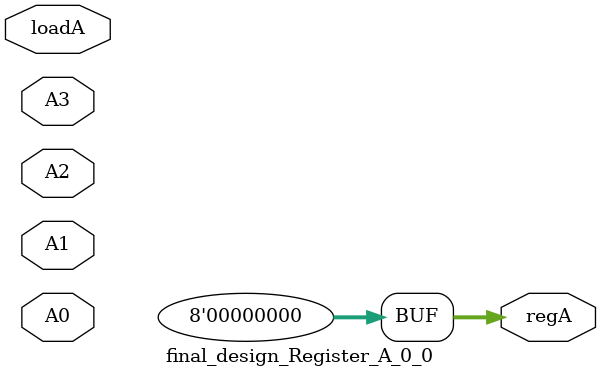
<source format=v>
module final_design_Register_A_0_0(	// file.cleaned.mlir:2:3
  input        A0,	// file.cleaned.mlir:2:45
               A1,	// file.cleaned.mlir:2:58
               A2,	// file.cleaned.mlir:2:71
               A3,	// file.cleaned.mlir:2:84
               loadA,	// file.cleaned.mlir:2:97
  output [7:0] regA	// file.cleaned.mlir:2:114
);

  assign regA = 8'h0;	// file.cleaned.mlir:3:14, :4:5
endmodule


</source>
